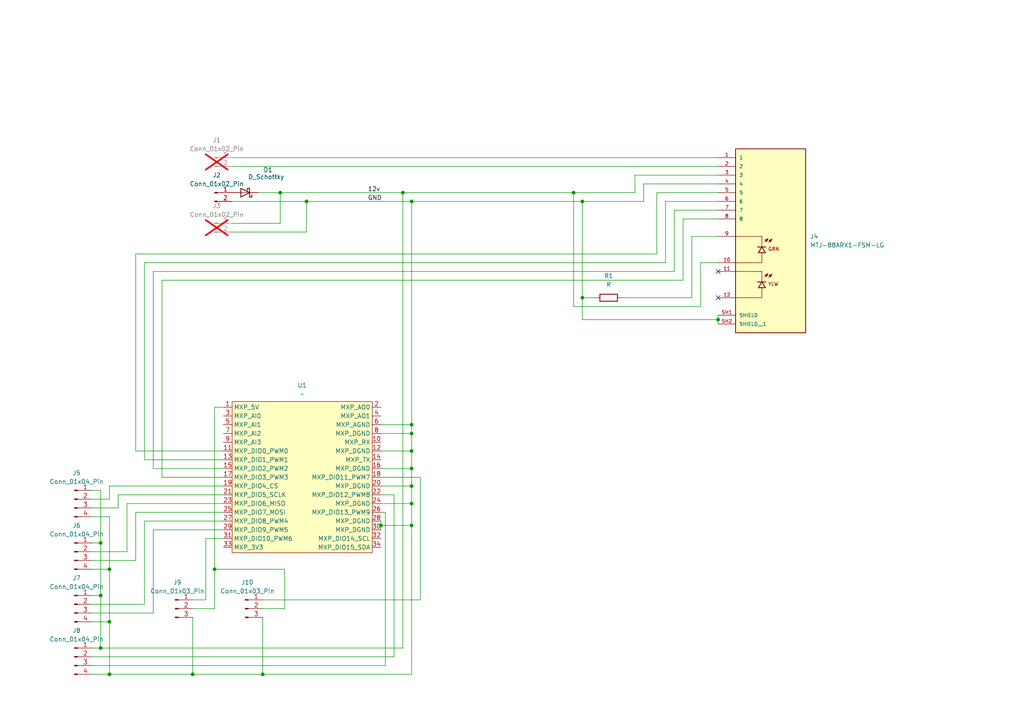
<source format=kicad_sch>
(kicad_sch (version 20250114) (generator "eeschema") (generator_version "9.0")
  (paper "A4")
  (lib_symbols
    (symbol "Connector:Conn_01x02_Pin" (pin_names (offset 1.016) (hide yes))
      (property "Reference" "J" (at 0 2.54 0))
      (property "Value" "Conn_01x02_Pin" (at 0 -5.08 0))
      (symbol "Conn_01x02_Pin_1_1"
        (rectangle (start 0.8636 0.127) (end 0 -0.127) (stroke (width 0.1524)) (fill (type outline)))
        (rectangle (start 0.8636 -2.413) (end 0 -2.667) (stroke (width 0.1524)) (fill (type outline)))
        (polyline (pts (xy 1.27 0) (xy 0.8636 0)) (stroke (width 0.1524)))
        (polyline (pts (xy 1.27 -2.54) (xy 0.8636 -2.54)) (stroke (width 0.1524)))
        (pin passive line (at 5.08 0 180) (length 3.81) (name "Pin_1") (number "1"))
        (pin passive line (at 5.08 -2.54 180) (length 3.81) (name "Pin_2") (number "2"))
      )
    )
    (symbol "Connector:Conn_01x03_Pin" (pin_names (offset 1.016) (hide yes))
      (property "Reference" "J" (at 0 5.08 0))
      (property "Value" "Conn_01x03_Pin" (at 0 -5.08 0))
      (symbol "Conn_01x03_Pin_1_1"
        (rectangle (start 0.8636 2.667) (end 0 2.413) (stroke (width 0.1524)) (fill (type outline)))
        (rectangle (start 0.8636 0.127) (end 0 -0.127) (stroke (width 0.1524)) (fill (type outline)))
        (rectangle (start 0.8636 -2.413) (end 0 -2.667) (stroke (width 0.1524)) (fill (type outline)))
        (polyline (pts (xy 1.27 2.54) (xy 0.8636 2.54)) (stroke (width 0.1524)))
        (polyline (pts (xy 1.27 0) (xy 0.8636 0)) (stroke (width 0.1524)))
        (polyline (pts (xy 1.27 -2.54) (xy 0.8636 -2.54)) (stroke (width 0.1524)))
        (pin passive line (at 5.08 2.54 180) (length 3.81) (name "Pin_1") (number "1"))
        (pin passive line (at 5.08 0 180) (length 3.81) (name "Pin_2") (number "2"))
        (pin passive line (at 5.08 -2.54 180) (length 3.81) (name "Pin_3") (number "3"))
      )
    )
    (symbol "Connector:Conn_01x04_Pin" (pin_names (offset 1.016) (hide yes))
      (property "Reference" "J" (at 0 5.08 0))
      (property "Value" "Conn_01x04_Pin" (at 0 -7.62 0))
      (symbol "Conn_01x04_Pin_1_1"
        (rectangle (start 0.8636 2.667) (end 0 2.413) (stroke (width 0.1524)) (fill (type outline)))
        (rectangle (start 0.8636 0.127) (end 0 -0.127) (stroke (width 0.1524)) (fill (type outline)))
        (rectangle (start 0.8636 -2.413) (end 0 -2.667) (stroke (width 0.1524)) (fill (type outline)))
        (rectangle (start 0.8636 -4.953) (end 0 -5.207) (stroke (width 0.1524)) (fill (type outline)))
        (polyline (pts (xy 1.27 2.54) (xy 0.8636 2.54)) (stroke (width 0.1524)))
        (polyline (pts (xy 1.27 0) (xy 0.8636 0)) (stroke (width 0.1524)))
        (polyline (pts (xy 1.27 -2.54) (xy 0.8636 -2.54)) (stroke (width 0.1524)))
        (polyline (pts (xy 1.27 -5.08) (xy 0.8636 -5.08)) (stroke (width 0.1524)))
        (pin passive line (at 5.08 2.54 180) (length 3.81) (name "Pin_1") (number "1"))
        (pin passive line (at 5.08 0 180) (length 3.81) (name "Pin_2") (number "2"))
        (pin passive line (at 5.08 -2.54 180) (length 3.81) (name "Pin_3") (number "3"))
        (pin passive line (at 5.08 -5.08 180) (length 3.81) (name "Pin_4") (number "4"))
      )
    )
    (symbol "Device:D_Schottky" (pin_numbers (hide yes)) (pin_names (offset 1.016) (hide yes))
      (property "Reference" "D" (at 0 2.54 0))
      (property "Value" "D_Schottky" (at 0 -2.54 0))
      (symbol "D_Schottky_0_1"
        (polyline (pts (xy -1.905 0.635) (xy -1.905 1.27) (xy -1.27 1.27) (xy -1.27 -1.27) (xy -0.635 -1.27) (xy -0.635 -0.635)) (stroke (width 0.254)))
        (polyline (pts (xy 1.27 1.27) (xy 1.27 -1.27) (xy -1.27 0) (xy 1.27 1.27)) (stroke (width 0.254)))
        (polyline (pts (xy 1.27 0) (xy -1.27 0)))
      )
      (symbol "D_Schottky_1_1"
        (pin passive line (at -3.81 0 0) (length 2.54) (name "K") (number "1"))
        (pin passive line (at 3.81 0 180) (length 2.54) (name "A") (number "2"))
      )
    )
    (symbol "Device:R" (pin_numbers (hide yes)) (pin_names (offset 0))
      (property "Reference" "R" (at 2.032 0 90))
      (property "Value" "R" (at 0 0 90))
      (symbol "R_0_1"
        (rectangle (start -1.016 -2.54) (end 1.016 2.54) (stroke (width 0.254)))
      )
      (symbol "R_1_1"
        (pin passive line (at 0 3.81 270) (length 1.27) (name "~") (number "1"))
        (pin passive line (at 0 -3.81 90) (length 1.27) (name "~") (number "2"))
      )
    )
    (symbol "FRC:RoboRIO-MXP-Port_Conn_02x17"
      (property "Reference" "U" (at 0 0 0))
      (symbol "RoboRIO-MXP-Port_Conn_02x17_1_1"
        (rectangle (start -20.32 21.9075) (end 20.32 -21.9075) (fill (type background)))
        (pin power_out line (at -22.86 20.32 0) (length 2.54) (name "MXP_5V") (number "1"))
        (pin input line (at -22.86 17.78 0) (length 2.54) (name "MXP_AI0") (number "3"))
        (pin input line (at -22.86 15.24 0) (length 2.54) (name "MXP_AI1") (number "5"))
        (pin input line (at -22.86 12.7 0) (length 2.54) (name "MXP_AI2") (number "7"))
        (pin input line (at -22.86 10.16 0) (length 2.54) (name "MXP_AI3") (number "9"))
        (pin tri_state line (at -22.86 7.62 0) (length 2.54) (name "MXP_DIO0_PWM0") (number "11"))
        (pin tri_state line (at -22.86 5.08 0) (length 2.54) (name "MXP_DIO1_PWM1") (number "13"))
        (pin tri_state line (at -22.86 2.54 0) (length 2.54) (name "MXP_DIO2_PWM2") (number "15"))
        (pin tri_state line (at -22.86 0 0) (length 2.54) (name "MXP_DIO3_PWM3") (number "17"))
        (pin tri_state line (at -22.86 -2.54 0) (length 2.54) (name "MXP_DIO4_CS") (number "19"))
        (pin tri_state line (at -22.86 -5.08 0) (length 2.54) (name "MXP_DIO5_SCLK") (number "21"))
        (pin tri_state line (at -22.86 -7.62 0) (length 2.54) (name "MXP_DIO6_MISO") (number "23"))
        (pin tri_state line (at -22.86 -10.16 0) (length 2.54) (name "MXP_DIO7_MOSI") (number "25"))
        (pin tri_state line (at -22.86 -12.7 0) (length 2.54) (name "MXP_DIO8_PWM4") (number "27"))
        (pin tri_state line (at -22.86 -15.24 0) (length 2.54) (name "MXP_DIO9_PWM5") (number "29"))
        (pin tri_state line (at -22.86 -17.78 0) (length 2.54) (name "MXP_DIO10_PWM6") (number "31"))
        (pin power_out line (at -22.86 -20.32 0) (length 2.54) (name "MXP_3V3") (number "33"))
        (pin output line (at 22.86 20.32 180) (length 2.54) (name "MXP_AO0") (number "2"))
        (pin output line (at 22.86 17.78 180) (length 2.54) (name "MXP_AO1") (number "4"))
        (pin input line (at 22.86 15.24 180) (length 2.54) (name "MXP_AGND") (number "6"))
        (pin power_in line (at 22.86 12.7 180) (length 2.54) (name "MXP_DGND") (number "8"))
        (pin input line (at 22.86 10.16 180) (length 2.54) (name "MXP_RX") (number "10"))
        (pin power_in line (at 22.86 7.62 180) (length 2.54) (name "MXP_DGND") (number "12"))
        (pin output line (at 22.86 5.08 180) (length 2.54) (name "MXP_TX") (number "14"))
        (pin power_in line (at 22.86 2.54 180) (length 2.54) (name "MXP_DGND") (number "16"))
        (pin tri_state line (at 22.86 0 180) (length 2.54) (name "MXP_DIO11_PWM7") (number "18"))
        (pin power_in line (at 22.86 -2.54 180) (length 2.54) (name "MXP_DGND") (number "20"))
        (pin tri_state line (at 22.86 -5.08 180) (length 2.54) (name "MXP_DIO12_PWM8") (number "22"))
        (pin power_in line (at 22.86 -7.62 180) (length 2.54) (name "MXP_DGND") (number "24"))
        (pin tri_state line (at 22.86 -10.16 180) (length 2.54) (name "MXP_DIO13_PWM9") (number "26"))
        (pin power_in line (at 22.86 -12.7 180) (length 2.54) (name "MXP_DGND") (number "28"))
        (pin power_in line (at 22.86 -15.24 180) (length 2.54) (name "MXP_DGND") (number "30"))
        (pin tri_state line (at 22.86 -17.78 180) (length 2.54) (name "MXP_DIO14_SCL") (number "32"))
        (pin tri_state line (at 22.86 -20.32 180) (length 2.54) (name "MXP_DIO15_SDA") (number "34"))
      )
    )
    (symbol "MTJ-88ARX1-FSM-LG:MTJ-88ARX1-FSM-LG" (pin_names (offset 1.016))
      (property "Reference" "J" (at -10.16 26.67 0))
      (property "Value" "MTJ-88ARX1-FSM-LG" (at -10.16 -29.21 0))
      (symbol "MTJ-88ARX1-FSM-LG_0_0"
        (rectangle (start -10.16 -27.94) (end 10.16 25.4) (stroke (width 0.254)) (fill (type background)))
        (polyline (pts (xy -2.54 0) (xy -10.16 0)) (stroke (width 0.1524)))
        (polyline (pts (xy -2.54 -2.921) (xy -2.54 0)) (stroke (width 0.1524)))
        (polyline (pts (xy -2.54 -3.048) (xy -3.81 -3.048)) (stroke (width 0.254)))
        (polyline (pts (xy -2.54 -3.048) (xy -3.556 -4.699)) (stroke (width 0.254)))
        (polyline (pts (xy -2.54 -7.62) (xy -10.16 -7.62)) (stroke (width 0.1524)))
        (polyline (pts (xy -2.54 -7.62) (xy -2.54 -4.826)) (stroke (width 0.1524)))
        (polyline (pts (xy -2.54 -10.16) (xy -10.16 -10.16)) (stroke (width 0.1524)))
        (polyline (pts (xy -2.54 -13.081) (xy -2.54 -10.16)) (stroke (width 0.1524)))
        (polyline (pts (xy -2.54 -13.208) (xy -3.81 -13.208)) (stroke (width 0.254)))
        (polyline (pts (xy -2.54 -13.208) (xy -3.556 -14.859)) (stroke (width 0.254)))
        (polyline (pts (xy -2.54 -17.78) (xy -10.16 -17.78)) (stroke (width 0.1524)))
        (polyline (pts (xy -2.54 -17.78) (xy -2.54 -14.986)) (stroke (width 0.1524)))
        (polyline (pts (xy -1.778 -1.651) (xy -0.762 -0.635)) (stroke (width 0.1524)))
        (polyline (pts (xy -1.778 -11.811) (xy -0.762 -10.795)) (stroke (width 0.1524)))
        (polyline (pts (xy -1.524 -4.699) (xy -3.556 -4.699)) (stroke (width 0.254)))
        (polyline (pts (xy -1.524 -4.699) (xy -2.54 -3.048)) (stroke (width 0.254)))
        (polyline (pts (xy -1.524 -14.859) (xy -3.556 -14.859)) (stroke (width 0.254)))
        (polyline (pts (xy -1.524 -14.859) (xy -2.54 -13.208)) (stroke (width 0.254)))
        (polyline (pts (xy -1.397 -3.048) (xy -2.54 -3.048)) (stroke (width 0.254)))
        (polyline (pts (xy -1.397 -13.208) (xy -2.54 -13.208)) (stroke (width 0.254)))
        (polyline (pts (xy -0.762 -0.635) (xy -1.651 -1.016) (xy -1.143 -1.524) (xy -0.762 -0.635)) (stroke (width 0.1524)) (fill (type outline)))
        (polyline (pts (xy -0.762 -10.795) (xy -1.651 -11.176) (xy -1.143 -11.684) (xy -0.762 -10.795)) (stroke (width 0.1524)) (fill (type outline)))
        (polyline (pts (xy -0.635 -1.778) (xy 0.381 -0.762)) (stroke (width 0.1524)))
        (polyline (pts (xy -0.635 -11.938) (xy 0.381 -10.922)) (stroke (width 0.1524)))
        (polyline (pts (xy 0.381 -0.762) (xy -0.508 -1.143) (xy 0 -1.651) (xy 0.381 -0.762)) (stroke (width 0.1524)) (fill (type outline)))
        (polyline (pts (xy 0.381 -10.922) (xy -0.508 -11.303) (xy 0 -11.811) (xy 0.381 -10.922)) (stroke (width 0.1524)) (fill (type outline)))
        (text "GRN" (at -0.762 -3.048 0) (effects (font (size 1.016 1.016)) (justify left top)))
        (text "YLW" (at -0.762 -13.208 0) (effects (font (size 1.016 1.016)) (justify left top)))
        (pin passive line (at -15.24 22.86 0) (length 5.08) (name "1") (number "1"))
        (pin passive line (at -15.24 20.32 0) (length 5.08) (name "2") (number "2"))
        (pin passive line (at -15.24 17.78 0) (length 5.08) (name "3") (number "3"))
        (pin passive line (at -15.24 15.24 0) (length 5.08) (name "4") (number "4"))
        (pin passive line (at -15.24 12.7 0) (length 5.08) (name "5") (number "5"))
        (pin passive line (at -15.24 10.16 0) (length 5.08) (name "6") (number "6"))
        (pin passive line (at -15.24 7.62 0) (length 5.08) (name "7") (number "7"))
        (pin passive line (at -15.24 5.08 0) (length 5.08) (name "8") (number "8"))
        (pin passive line (at -15.24 0 0) (length 5.08) (name "~") (number "9"))
        (pin passive line (at -15.24 -7.62 0) (length 5.08) (name "~") (number "10"))
        (pin passive line (at -15.24 -10.16 0) (length 5.08) (name "~") (number "11"))
        (pin passive line (at -15.24 -17.78 0) (length 5.08) (name "~") (number "12"))
        (pin passive line (at -15.24 -22.86 0) (length 5.08) (name "SHIELD") (number "SH1"))
        (pin passive line (at -15.24 -25.4 0) (length 5.08) (name "SHIELD__1") (number "SH2"))
      )
    )
  )
  (junction (at 29.21 172.72))
  (junction (at 29.21 157.48))
  (junction (at 62.23 165.1))
  (junction (at 168.91 58.42))
  (junction (at 119.38 58.42))
  (junction (at 119.38 140.97))
  (junction (at 166.37 55.88))
  (junction (at 88.9 58.42))
  (junction (at 31.75 195.58))
  (junction (at 119.38 146.05))
  (junction (at 208.28 92.71))
  (junction (at 110.49 152.4))
  (junction (at 76.2 195.58))
  (junction (at 168.91 86.36))
  (junction (at 29.21 187.96))
  (junction (at 119.38 125.73))
  (junction (at 119.38 135.89))
  (junction (at 119.38 152.4))
  (junction (at 31.75 165.1))
  (junction (at 31.75 180.34))
  (junction (at 81.28 55.88))
  (junction (at 116.84 55.88))
  (junction (at 119.38 123.19))
  (junction (at 55.88 195.58))
  (junction (at 119.38 130.81))
  (no_connect (at 208.28 86.36))
  (no_connect (at 208.28 78.74))
  (wire (pts (xy 76.2 195.58) (xy 119.38 195.58)))
  (wire (pts (xy 110.49 130.81) (xy 119.38 130.81)))
  (wire (pts (xy 121.92 138.43) (xy 110.49 138.43)))
  (wire (pts (xy 31.75 149.86) (xy 31.75 165.1)))
  (wire (pts (xy 44.45 135.89) (xy 44.45 78.74)))
  (wire (pts (xy 26.67 142.24) (xy 29.21 142.24)))
  (wire (pts (xy 110.49 146.05) (xy 119.38 146.05)))
  (wire (pts (xy 44.45 153.67) (xy 44.45 177.8)))
  (wire (pts (xy 119.38 140.97) (xy 119.38 135.89)))
  (wire (pts (xy 82.55 165.1) (xy 62.23 165.1)))
  (wire (pts (xy 31.75 180.34) (xy 31.75 195.58)))
  (wire (pts (xy 39.37 162.56) (xy 26.67 162.56)))
  (wire (pts (xy 41.91 175.26) (xy 26.67 175.26)))
  (wire (pts (xy 168.91 86.36) (xy 168.91 92.71)))
  (wire (pts (xy 67.31 67.31) (xy 88.9 67.31)))
  (wire (pts (xy 26.67 149.86) (xy 31.75 149.86)))
  (wire (pts (xy 76.2 176.53) (xy 82.55 176.53)))
  (wire (pts (xy 41.91 76.2) (xy 193.04 76.2)))
  (wire (pts (xy 195.58 60.96) (xy 195.58 78.74)))
  (wire (pts (xy 29.21 157.48) (xy 29.21 172.72)))
  (wire (pts (xy 64.77 156.21) (xy 59.69 156.21)))
  (wire (pts (xy 203.2 88.9) (xy 203.2 76.2)))
  (wire (pts (xy 114.3 143.51) (xy 114.3 190.5)))
  (wire (pts (xy 200.66 86.36) (xy 180.34 86.36)))
  (wire (pts (xy 46.99 138.43) (xy 64.77 138.43)))
  (wire (pts (xy 208.28 68.58) (xy 200.66 68.58)))
  (wire (pts (xy 110.49 151.13) (xy 110.49 152.4)))
  (wire (pts (xy 121.92 173.99) (xy 121.92 138.43)))
  (wire (pts (xy 31.75 195.58) (xy 55.88 195.58)))
  (wire (pts (xy 119.38 152.4) (xy 119.38 146.05)))
  (wire (pts (xy 110.49 125.73) (xy 119.38 125.73)))
  (wire (pts (xy 44.45 135.89) (xy 64.77 135.89)))
  (wire (pts (xy 31.75 165.1) (xy 31.75 180.34)))
  (wire (pts (xy 119.38 130.81) (xy 119.38 125.73)))
  (wire (pts (xy 26.67 195.58) (xy 31.75 195.58)))
  (wire (pts (xy 116.84 55.88) (xy 166.37 55.88)))
  (wire (pts (xy 26.67 180.34) (xy 31.75 180.34)))
  (wire (pts (xy 26.67 165.1) (xy 31.75 165.1)))
  (wire (pts (xy 208.28 92.71) (xy 208.28 91.44)))
  (wire (pts (xy 64.77 143.51) (xy 34.29 143.51)))
  (wire (pts (xy 88.9 67.31) (xy 88.9 58.42)))
  (wire (pts (xy 26.67 157.48) (xy 29.21 157.48)))
  (wire (pts (xy 41.91 133.35) (xy 64.77 133.35)))
  (wire (pts (xy 34.29 143.51) (xy 34.29 147.32)))
  (wire (pts (xy 208.28 92.71) (xy 208.28 93.98)))
  (wire (pts (xy 62.23 118.11) (xy 62.23 165.1)))
  (wire (pts (xy 39.37 130.81) (xy 64.77 130.81)))
  (wire (pts (xy 44.45 78.74) (xy 195.58 78.74)))
  (wire (pts (xy 111.76 148.59) (xy 111.76 193.04)))
  (wire (pts (xy 110.49 135.89) (xy 119.38 135.89)))
  (wire (pts (xy 81.28 55.88) (xy 116.84 55.88)))
  (wire (pts (xy 119.38 58.42) (xy 168.91 58.42)))
  (wire (pts (xy 82.55 176.53) (xy 82.55 165.1)))
  (wire (pts (xy 110.49 152.4) (xy 119.38 152.4)))
  (wire (pts (xy 168.91 58.42) (xy 186.69 58.42)))
  (wire (pts (xy 36.83 146.05) (xy 36.83 160.02)))
  (wire (pts (xy 119.38 195.58) (xy 119.38 152.4)))
  (wire (pts (xy 166.37 55.88) (xy 184.15 55.88)))
  (wire (pts (xy 39.37 73.66) (xy 190.5 73.66)))
  (wire (pts (xy 184.15 55.88) (xy 184.15 50.8)))
  (wire (pts (xy 110.49 123.19) (xy 119.38 123.19)))
  (wire (pts (xy 31.75 140.97) (xy 31.75 144.78)))
  (wire (pts (xy 110.49 143.51) (xy 114.3 143.51)))
  (wire (pts (xy 184.15 50.8) (xy 208.28 50.8)))
  (wire (pts (xy 64.77 153.67) (xy 44.45 153.67)))
  (wire (pts (xy 64.77 118.11) (xy 62.23 118.11)))
  (wire (pts (xy 64.77 146.05) (xy 36.83 146.05)))
  (wire (pts (xy 67.31 64.77) (xy 81.28 64.77)))
  (wire (pts (xy 26.67 172.72) (xy 29.21 172.72)))
  (wire (pts (xy 168.91 86.36) (xy 168.91 58.42)))
  (wire (pts (xy 198.12 63.5) (xy 208.28 63.5)))
  (wire (pts (xy 67.31 45.72) (xy 208.28 45.72)))
  (wire (pts (xy 29.21 187.96) (xy 116.84 187.96)))
  (wire (pts (xy 111.76 193.04) (xy 26.67 193.04)))
  (wire (pts (xy 39.37 148.59) (xy 39.37 162.56)))
  (wire (pts (xy 62.23 165.1) (xy 62.23 176.53)))
  (wire (pts (xy 119.38 123.19) (xy 119.38 58.42)))
  (wire (pts (xy 44.45 177.8) (xy 26.67 177.8)))
  (wire (pts (xy 62.23 176.53) (xy 55.88 176.53)))
  (wire (pts (xy 76.2 173.99) (xy 121.92 173.99)))
  (wire (pts (xy 190.5 55.88) (xy 190.5 73.66)))
  (wire (pts (xy 41.91 151.13) (xy 41.91 175.26)))
  (wire (pts (xy 193.04 58.42) (xy 208.28 58.42)))
  (wire (pts (xy 36.83 160.02) (xy 26.67 160.02)))
  (wire (pts (xy 166.37 88.9) (xy 203.2 88.9)))
  (wire (pts (xy 119.38 146.05) (xy 119.38 140.97)))
  (wire (pts (xy 88.9 58.42) (xy 119.38 58.42)))
  (wire (pts (xy 64.77 151.13) (xy 41.91 151.13)))
  (wire (pts (xy 64.77 140.97) (xy 31.75 140.97)))
  (wire (pts (xy 59.69 156.21) (xy 59.69 173.99)))
  (wire (pts (xy 34.29 147.32) (xy 26.67 147.32)))
  (wire (pts (xy 203.2 76.2) (xy 208.28 76.2)))
  (wire (pts (xy 67.31 48.26) (xy 208.28 48.26)))
  (wire (pts (xy 186.69 58.42) (xy 186.69 53.34)))
  (wire (pts (xy 119.38 135.89) (xy 119.38 130.81)))
  (wire (pts (xy 190.5 55.88) (xy 208.28 55.88)))
  (wire (pts (xy 31.75 144.78) (xy 26.67 144.78)))
  (wire (pts (xy 46.99 138.43) (xy 46.99 81.28)))
  (wire (pts (xy 119.38 125.73) (xy 119.38 123.19)))
  (wire (pts (xy 55.88 195.58) (xy 76.2 195.58)))
  (wire (pts (xy 64.77 148.59) (xy 39.37 148.59)))
  (wire (pts (xy 39.37 130.81) (xy 39.37 73.66)))
  (wire (pts (xy 166.37 55.88) (xy 166.37 88.9)))
  (wire (pts (xy 67.31 58.42) (xy 88.9 58.42)))
  (wire (pts (xy 186.69 53.34) (xy 208.28 53.34)))
  (wire (pts (xy 76.2 179.07) (xy 76.2 195.58)))
  (wire (pts (xy 29.21 187.96) (xy 29.21 172.72)))
  (wire (pts (xy 59.69 173.99) (xy 55.88 173.99)))
  (wire (pts (xy 46.99 81.28) (xy 198.12 81.28)))
  (wire (pts (xy 110.49 140.97) (xy 119.38 140.97)))
  (wire (pts (xy 193.04 58.42) (xy 193.04 76.2)))
  (wire (pts (xy 172.72 86.36) (xy 168.91 86.36)))
  (wire (pts (xy 195.58 60.96) (xy 208.28 60.96)))
  (wire (pts (xy 168.91 92.71) (xy 208.28 92.71)))
  (wire (pts (xy 29.21 187.96) (xy 26.67 187.96)))
  (wire (pts (xy 74.93 55.88) (xy 81.28 55.88)))
  (wire (pts (xy 200.66 68.58) (xy 200.66 86.36)))
  (wire (pts (xy 81.28 64.77) (xy 81.28 55.88)))
  (wire (pts (xy 116.84 55.88) (xy 116.84 187.96)))
  (wire (pts (xy 114.3 190.5) (xy 26.67 190.5)))
  (wire (pts (xy 110.49 152.4) (xy 110.49 153.67)))
  (wire (pts (xy 198.12 63.5) (xy 198.12 81.28)))
  (wire (pts (xy 55.88 179.07) (xy 55.88 195.58)))
  (wire (pts (xy 110.49 148.59) (xy 111.76 148.59)))
  (wire (pts (xy 41.91 133.35) (xy 41.91 76.2)))
  (wire (pts (xy 29.21 157.48) (xy 29.21 142.24)))
  (label "GND" (at 106.68 58.42 0))
  (label "12v" (at 106.68 55.88 0))
  (symbol (lib_id "Connector:Conn_01x03_Pin") (at 50.8 176.53 0) (unit 1)
    (property "Reference" "J9" (at 51.435 168.91 0))
    (property "Value" "Conn_01x03_Pin" (at 51.435 171.45 0))
    (property "Footprint" "custom:Molex_SL_171971-0003_1x03_P2.54mm_Vertical" (effects (hide yes)))
    (property "Description" "Generic connector, single row, 01x03, script generated" (effects (hide yes)))
  )
  (symbol (lib_id "Connector:Conn_01x04_Pin") (at 21.59 175.26 0) (unit 1)
    (property "Reference" "J7" (at 22.225 167.64 0))
    (property "Value" "Conn_01x04_Pin" (at 22.225 170.18 0))
    (property "Footprint" "custom:Molex_SL_171971-0004_1x04_P2.54mm_Vertical" (effects (hide yes)))
    (property "Description" "Generic connector, single row, 01x04, script generated" (effects (hide yes)))
  )
  (symbol (lib_id "Connector:Conn_01x04_Pin") (at 21.59 160.02 0) (unit 1)
    (property "Reference" "J6" (at 22.225 152.4 0))
    (property "Value" "Conn_01x04_Pin" (at 22.225 154.94 0))
    (property "Footprint" "custom:Molex_SL_171971-0004_1x04_P2.54mm_Vertical" (effects (hide yes)))
    (property "Description" "Generic connector, single row, 01x04, script generated" (effects (hide yes)))
  )
  (symbol (lib_id "Connector:Conn_01x03_Pin") (at 71.12 176.53 0) (unit 1)
    (property "Reference" "J10" (at 71.755 168.91 0))
    (property "Value" "Conn_01x03_Pin" (at 71.755 171.45 0))
    (property "Footprint" "custom:Molex_SL_171971-0003_1x03_P2.54mm_Vertical" (effects (hide yes)))
    (property "Description" "Generic connector, single row, 01x03, script generated" (effects (hide yes)))
  )
  (symbol (lib_id "Device:D_Schottky") (at 71.12 55.88 180) (unit 1)
    (property "Reference" "D1" (at 77.724 49.276 0))
    (property "Value" "D_Schottky" (at 77.216 51.308 0))
    (property "Footprint" "Diode_THT:D_DO-41_SOD81_P10.16mm_Horizontal" (effects (hide yes)))
    (property "Description" "Schottky diode" (effects (hide yes)))
  )
  (symbol (lib_id "Connector:Conn_01x02_Pin") (at 62.23 64.77 0) (unit 1) (in_bom no) (dnp yes)
    (property "Reference" "J3" (at 62.865 59.69 0))
    (property "Value" "Conn_01x02_Pin" (at 62.865 62.23 0))
    (property "Footprint" "Connector_PinHeader_2.54mm:PinHeader_1x02_P2.54mm_Vertical" (effects (hide yes)))
    (property "Description" "Generic connector, single row, 01x02, script generated" (effects (hide yes)))
  )
  (symbol (lib_id "FRC:RoboRIO-MXP-Port_Conn_02x17") (at 87.63 138.43 0) (unit 1)
    (property "Reference" "U1" (at 87.63 111.76 0))
    (property "Value" "~" (at 87.63 114.3 0))
    (property "Footprint" "FRC:RoboRIO_MXP-THT" (effects (hide yes)))
    (property "Description" "RoboRIO MXP Port" (effects (hide yes)))
  )
  (symbol (lib_id "Connector:Conn_01x04_Pin") (at 21.59 144.78 0) (unit 1)
    (property "Reference" "J5" (at 22.225 137.16 0))
    (property "Value" "Conn_01x04_Pin" (at 22.225 139.7 0))
    (property "Footprint" "custom:Molex_SL_171971-0004_1x04_P2.54mm_Vertical" (effects (hide yes)))
    (property "Description" "Generic connector, single row, 01x04, script generated" (effects (hide yes)))
  )
  (symbol (lib_id "Device:R") (at 176.53 86.36 270) (unit 1)
    (property "Reference" "R1" (at 176.53 80.01 90))
    (property "Value" "R" (at 176.53 82.55 90))
    (property "Footprint" "Resistor_THT:R_Axial_DIN0207_L6.3mm_D2.5mm_P10.16mm_Horizontal" (effects (hide yes)))
    (property "Description" "Resistor" (effects (hide yes)))
  )
  (symbol (lib_id "Connector:Conn_01x02_Pin") (at 62.23 45.72 0) (unit 1) (in_bom no) (dnp yes)
    (property "Reference" "J1" (at 62.865 40.64 0))
    (property "Value" "Conn_01x02_Pin" (at 62.865 43.18 0))
    (property "Footprint" "Connector_PinHeader_2.54mm:PinHeader_1x02_P2.54mm_Vertical" (effects (hide yes)))
    (property "Description" "Generic connector, single row, 01x02, script generated" (effects (hide yes)))
  )
  (symbol (lib_id "Connector:Conn_01x02_Pin") (at 62.23 55.88 0) (unit 1)
    (property "Reference" "J2" (at 62.865 50.8 0))
    (property "Value" "Conn_01x02_Pin" (at 62.865 53.34 0))
    (property "Footprint" "TerminalBlock_WAGO:TerminalBlock_WAGO_2601-1102_1x02_P3.50mm_Horizontal" (effects (hide yes)))
    (property "Description" "Generic connector, single row, 01x02, script generated" (effects (hide yes)))
  )
  (symbol (lib_id "Connector:Conn_01x04_Pin") (at 21.59 190.5 0) (unit 1)
    (property "Reference" "J8" (at 22.225 182.88 0))
    (property "Value" "Conn_01x04_Pin" (at 22.225 185.42 0))
    (property "Footprint" "custom:Molex_SL_171971-0004_1x04_P2.54mm_Vertical" (effects (hide yes)))
    (property "Description" "Generic connector, single row, 01x04, script generated" (effects (hide yes)))
  )
  (symbol (lib_id "MTJ-88ARX1-FSM-LG:MTJ-88ARX1-FSM-LG") (at 223.52 68.58 0) (unit 1)
    (property "Reference" "J4" (at 234.95 68.5799 0) (effects (justify left)))
    (property "Value" "MTJ-88ARX1-FSM-LG" (at 234.95 71.1199 0) (effects (justify left)))
    (property "Footprint" "custom:ADAMTECH_MTJ-88ARX1-FSM-LG" (effects (hide yes)))
    (property "PARTREV" "H" (effects (hide yes)))
    (property "STANDARD" "Manufacturer Recommendations" (effects (hide yes)))
    (property "MAXIMUM_PACKAGE_HEIGHT" "13.20mm" (effects (hide yes)))
    (property "MANUFACTURER" "Adam Tech" (effects (hide yes)))
  )
)
</source>
